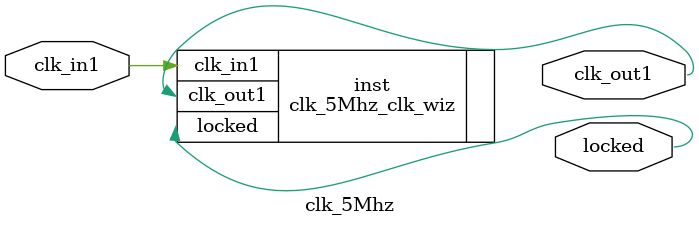
<source format=v>


`timescale 1ps/1ps

(* CORE_GENERATION_INFO = "clk_5Mhz,clk_wiz_v6_0_4_0_0,{component_name=clk_5Mhz,use_phase_alignment=true,use_min_o_jitter=false,use_max_i_jitter=false,use_dyn_phase_shift=false,use_inclk_switchover=false,use_dyn_reconfig=false,enable_axi=0,feedback_source=FDBK_AUTO,PRIMITIVE=MMCM,num_out_clk=1,clkin1_period=10.000,clkin2_period=10.000,use_power_down=false,use_reset=false,use_locked=true,use_inclk_stopped=false,feedback_type=SINGLE,CLOCK_MGR_TYPE=NA,manual_override=false}" *)

module clk_5Mhz 
 (
  // Clock out ports
  output        clk_out1,
  // Status and control signals
  output        locked,
 // Clock in ports
  input         clk_in1
 );

  clk_5Mhz_clk_wiz inst
  (
  // Clock out ports  
  .clk_out1(clk_out1),
  // Status and control signals               
  .locked(locked),
 // Clock in ports
  .clk_in1(clk_in1)
  );

endmodule

</source>
